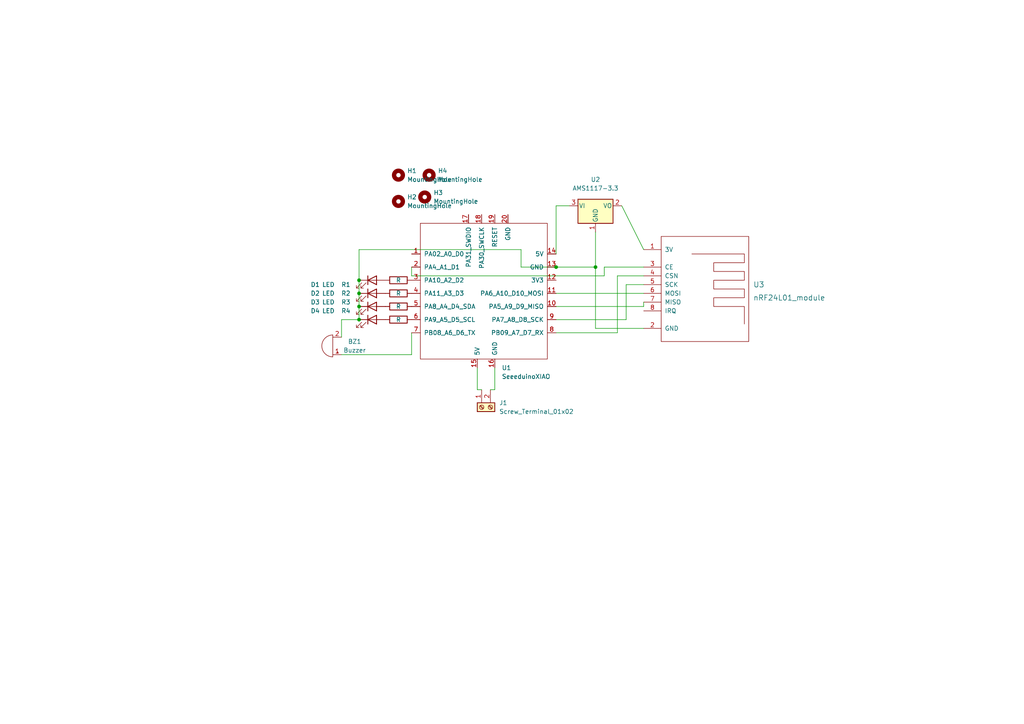
<source format=kicad_sch>
(kicad_sch (version 20211123) (generator eeschema)
  (paper "A4")
  (lib_symbols
    (symbol "Connector:Screw_Terminal_01x02" (pin_names (offset 1.016) hide)
      (property "Reference" "J" (at 0 2.54 0))
      (property "Value" "Screw_Terminal_01x02" (at 0 -5.08 0))
      (symbol "Screw_Terminal_01x02_1_1"
        (rectangle (start -1.27 1.27) (end 1.27 -3.81) (stroke (width 0.254)) (fill (type background)))
        (circle (center 0 -2.54) (radius 0.635) (stroke (width 0.1524)))
        (polyline (pts (xy -0.5334 -2.2098) (xy 0.3302 -3.048)) (stroke (width 0.1524)))
        (polyline (pts (xy -0.5334 0.3302) (xy 0.3302 -0.508)) (stroke (width 0.1524)))
        (polyline (pts (xy -0.3556 -2.032) (xy 0.508 -2.8702)) (stroke (width 0.1524)))
        (polyline (pts (xy -0.3556 0.508) (xy 0.508 -0.3302)) (stroke (width 0.1524)))
        (circle (center 0 0) (radius 0.635) (stroke (width 0.1524)))
        (pin passive line (at -5.08 0 0) (length 3.81) (name "Pin_1") (number "1"))
        (pin passive line (at -5.08 -2.54 0) (length 3.81) (name "Pin_2") (number "2"))
      )
    )
    (symbol "Device:Buzzer" (pin_names (offset 0.0254) hide)
      (property "Reference" "BZ" (at 3.81 1.27 0))
      (property "Value" "Buzzer" (at 3.81 -1.27 0))
      (symbol "Buzzer_0_1"
        (arc (start 0 -3.175) (mid 3.175 0) (end 0 3.175))
        (polyline (pts (xy -1.651 1.905) (xy -1.143 1.905)))
        (polyline (pts (xy -1.397 2.159) (xy -1.397 1.651)))
        (polyline (pts (xy 0 3.175) (xy 0 -3.175)))
      )
      (symbol "Buzzer_1_1"
        (pin passive line (at -2.54 2.54 0) (length 2.54) (name "-") (number "1"))
        (pin passive line (at -2.54 -2.54 0) (length 2.54) (name "+") (number "2"))
      )
    )
    (symbol "Device:LED" (pin_numbers hide) (pin_names (offset 1.016) hide)
      (property "Reference" "D" (at 0 2.54 0))
      (property "Value" "LED" (at 0 -2.54 0))
      (symbol "LED_0_1"
        (polyline (pts (xy -1.27 -1.27) (xy -1.27 1.27)) (stroke (width 0.254)))
        (polyline (pts (xy -1.27 0) (xy 1.27 0)))
        (polyline (pts (xy 1.27 -1.27) (xy 1.27 1.27) (xy -1.27 0) (xy 1.27 -1.27)) (stroke (width 0.254)))
        (polyline (pts (xy -3.048 -0.762) (xy -4.572 -2.286) (xy -3.81 -2.286) (xy -4.572 -2.286) (xy -4.572 -1.524)))
        (polyline (pts (xy -1.778 -0.762) (xy -3.302 -2.286) (xy -2.54 -2.286) (xy -3.302 -2.286) (xy -3.302 -1.524)))
      )
      (symbol "LED_1_1"
        (pin passive line (at -3.81 0 0) (length 2.54) (name "K") (number "1"))
        (pin passive line (at 3.81 0 180) (length 2.54) (name "A") (number "2"))
      )
    )
    (symbol "Device:R" (pin_numbers hide) (pin_names (offset 0))
      (property "Reference" "R" (at 2.032 0 90))
      (property "Value" "R" (at 0 0 90))
      (symbol "R_0_1"
        (rectangle (start -1.016 -2.54) (end 1.016 2.54) (stroke (width 0.254)))
      )
      (symbol "R_1_1"
        (pin passive line (at 0 3.81 270) (length 1.27) (name "~") (number "1"))
        (pin passive line (at 0 -3.81 90) (length 1.27) (name "~") (number "2"))
      )
    )
    (symbol "Mechanical:MountingHole" (pin_names (offset 1.016))
      (property "Reference" "H" (at 0 5.08 0))
      (property "Value" "MountingHole" (at 0 3.175 0))
      (symbol "MountingHole_0_1"
        (circle (center 0 0) (radius 1.27) (stroke (width 1.27)))
      )
    )
    (symbol "Regulator_Linear:AMS1117-3.3" (pin_names (offset 0.254))
      (property "Reference" "U" (at -3.81 3.175 0))
      (property "Value" "AMS1117-3.3" (at 0 3.175 0))
      (symbol "AMS1117-3.3_0_1"
        (rectangle (start -5.08 -5.08) (end 5.08 1.905) (stroke (width 0.254)) (fill (type background)))
      )
      (symbol "AMS1117-3.3_1_1"
        (pin power_in line (at 0 -7.62 90) (length 2.54) (name "GND") (number "1"))
        (pin power_out line (at 7.62 0 180) (length 2.54) (name "VO") (number "2"))
        (pin power_in line (at -7.62 0 0) (length 2.54) (name "VI") (number "3"))
      )
    )
    (symbol "nrf24smd:nRF24L01_module" (pin_names (offset 1.016))
      (property "Reference" "U" (at -11.43 16.51 0))
      (property "Value" "nRF24L01_module" (at 11.43 -16.51 0))
      (symbol "nRF24L01_module_0_1"
        (rectangle (start -12.7 15.24) (end 12.7 -15.24))
        (polyline (pts (xy -3.81 10.16) (xy 11.43 10.16) (xy 11.43 7.62) (xy 2.54 7.62) (xy 2.54 5.08) (xy 11.43 5.08) (xy 11.43 2.54) (xy 2.54 2.54) (xy 2.54 0) (xy 11.43 0) (xy 11.43 -2.54) (xy 2.54 -2.54) (xy 2.54 -5.08) (xy 11.43 -5.08) (xy 11.43 -10.16)))
      )
      (symbol "nRF24L01_module_1_1"
        (pin power_in line (at -17.78 11.43 0) (length 5.08) (name "3V") (number "1"))
        (pin power_in line (at -17.78 -11.43 0) (length 5.08) (name "GND") (number "2"))
        (pin input line (at -17.78 6.35 0) (length 5.08) (name "CE") (number "3"))
        (pin input line (at -17.78 3.81 0) (length 5.08) (name "CSN") (number "4"))
        (pin input line (at -17.78 1.27 0) (length 5.08) (name "SCK") (number "5"))
        (pin output line (at -17.78 -1.27 0) (length 5.08) (name "MOSI") (number "6"))
        (pin input line (at -17.78 -3.81 0) (length 5.08) (name "MISO") (number "7"))
        (pin bidirectional line (at -17.78 -6.35 0) (length 5.08) (name "IRQ") (number "8"))
      )
    )
    (symbol "seeed:SeeeduinoXIAO" (pin_names (offset 1.016))
      (property "Reference" "U" (at -19.05 22.86 0))
      (property "Value" "SeeeduinoXIAO" (at -12.7 21.59 0))
      (symbol "SeeeduinoXIAO_0_1"
        (rectangle (start -19.05 20.32) (end 17.78 -19.05))
      )
      (symbol "SeeeduinoXIAO_1_1"
        (pin unspecified line (at -21.59 11.43 0) (length 2.54) (name "PA02_A0_D0") (number "1"))
        (pin unspecified line (at 20.32 -3.81 180) (length 2.54) (name "PA5_A9_D9_MISO") (number "10"))
        (pin unspecified line (at 20.32 0 180) (length 2.54) (name "PA6_A10_D10_MOSI") (number "11"))
        (pin unspecified line (at 20.32 3.81 180) (length 2.54) (name "3V3") (number "12"))
        (pin unspecified line (at 20.32 7.62 180) (length 2.54) (name "GND") (number "13"))
        (pin unspecified line (at 20.32 11.43 180) (length 2.54) (name "5V") (number "14"))
        (pin input line (at -2.54 -21.59 90) (length 2.54) (name "5V") (number "15"))
        (pin input line (at 2.54 -21.59 90) (length 2.54) (name "GND") (number "16"))
        (pin input line (at -5.08 22.86 270) (length 2.54) (name "PA31_SWDIO") (number "17"))
        (pin input line (at -1.27 22.86 270) (length 2.54) (name "PA30_SWCLK") (number "18"))
        (pin input line (at 2.54 22.86 270) (length 2.54) (name "RESET") (number "19"))
        (pin unspecified line (at -21.59 7.62 0) (length 2.54) (name "PA4_A1_D1") (number "2"))
        (pin input line (at 6.35 22.86 270) (length 2.54) (name "GND") (number "20"))
        (pin unspecified line (at -21.59 3.81 0) (length 2.54) (name "PA10_A2_D2") (number "3"))
        (pin unspecified line (at -21.59 0 0) (length 2.54) (name "PA11_A3_D3") (number "4"))
        (pin unspecified line (at -21.59 -3.81 0) (length 2.54) (name "PA8_A4_D4_SDA") (number "5"))
        (pin unspecified line (at -21.59 -7.62 0) (length 2.54) (name "PA9_A5_D5_SCL") (number "6"))
        (pin unspecified line (at -21.59 -11.43 0) (length 2.54) (name "PB08_A6_D6_TX") (number "7"))
        (pin unspecified line (at 20.32 -11.43 180) (length 2.54) (name "PB09_A7_D7_RX") (number "8"))
        (pin unspecified line (at 20.32 -7.62 180) (length 2.54) (name "PA7_A8_D8_SCK") (number "9"))
      )
    )
  )
  (junction (at 161.29 77.47))
  (junction (at 172.72 77.47))
  (junction (at 104.14 85.09))
  (junction (at 104.14 88.9))
  (junction (at 104.14 81.28))
  (junction (at 104.14 92.71))
  (wire (pts (xy 186.69 88.9) (xy 186.69 87.63)))
  (wire (pts (xy 186.69 95.25) (xy 172.72 95.25)))
  (wire (pts (xy 104.14 88.9) (xy 104.14 92.71)))
  (wire (pts (xy 119.38 102.87) (xy 119.38 96.52)))
  (wire (pts (xy 151.13 72.39) (xy 151.13 77.47)))
  (wire (pts (xy 186.69 82.55) (xy 181.61 82.55)))
  (wire (pts (xy 181.61 92.71) (xy 161.29 92.71)))
  (wire (pts (xy 99.06 97.79) (xy 99.06 92.71)))
  (wire (pts (xy 175.26 77.47) (xy 175.26 80.01)))
  (wire (pts (xy 180.34 59.69) (xy 186.69 72.39)))
  (wire (pts (xy 175.26 80.01) (xy 119.38 80.01)))
  (wire (pts (xy 186.69 77.47) (xy 175.26 77.47)))
  (wire (pts (xy 161.29 88.9) (xy 186.69 88.9)))
  (wire (pts (xy 151.13 77.47) (xy 161.29 77.47)))
  (wire (pts (xy 172.72 67.31) (xy 172.72 77.47)))
  (wire (pts (xy 172.72 95.25) (xy 172.72 77.47)))
  (wire (pts (xy 119.38 80.01) (xy 119.38 77.47)))
  (wire (pts (xy 104.14 85.09) (xy 104.14 88.9)))
  (wire (pts (xy 143.51 106.68) (xy 143.51 113.03)))
  (wire (pts (xy 181.61 82.55) (xy 181.61 92.71)))
  (wire (pts (xy 179.07 80.01) (xy 179.07 96.52)))
  (wire (pts (xy 99.06 92.71) (xy 104.14 92.71)))
  (wire (pts (xy 99.06 102.87) (xy 119.38 102.87)))
  (wire (pts (xy 179.07 96.52) (xy 161.29 96.52)))
  (wire (pts (xy 104.14 81.28) (xy 104.14 72.39)))
  (wire (pts (xy 104.14 81.28) (xy 104.14 85.09)))
  (wire (pts (xy 138.43 106.68) (xy 138.43 113.03)))
  (wire (pts (xy 104.14 72.39) (xy 151.13 72.39)))
  (wire (pts (xy 161.29 85.09) (xy 186.69 85.09)))
  (wire (pts (xy 165.1 59.69) (xy 161.29 59.69)))
  (wire (pts (xy 172.72 77.47) (xy 161.29 77.47)))
  (wire (pts (xy 138.43 113.03) (xy 139.7 113.03)))
  (wire (pts (xy 143.51 113.03) (xy 142.24 113.03)))
  (wire (pts (xy 161.29 59.69) (xy 161.29 73.66)))
  (wire (pts (xy 186.69 80.01) (xy 179.07 80.01)))
  (symbol (lib_id "Device:LED") (at 107.95 88.9 0) (unit 1)
    (property "Reference" "D3" (at 91.44 87.63 0))
    (property "Value" "LED" (at 95.25 87.63 0))
    (property "Footprint" "LED_THT:LED_D5.0mm" (effects hide))
  )
  (symbol (lib_id "Device:LED") (at 107.95 81.28 0) (unit 1)
    (property "Reference" "D1" (at 91.44 82.55 0))
    (property "Value" "LED" (at 95.25 82.55 0))
    (property "Footprint" "LED_THT:LED_D5.0mm" (effects hide))
  )
  (symbol (lib_id "nrf24smd:nRF24L01_module") (at 204.47 83.82 0) (unit 1)
    (property "Reference" "U3" (at 218.44 82.55 0) (effects (font (size 1.524 1.524)) (justify left)))
    (property "Value" "nRF24L01_module" (at 218.44 86.36 0) (effects (font (size 1.524 1.524)) (justify left)))
    (property "Footprint" "nrf24smd:NRF24L01-Module-SMD" (effects hide))
  )
  (symbol (lib_id "seeed:SeeeduinoXIAO") (at 140.97 85.09 0) (unit 1)
    (property "Reference" "U1" (at 145.5294 106.68 0) (effects (justify left)))
    (property "Value" "SeeeduinoXIAO" (at 145.5294 109.22 0) (effects (justify left)))
    (property "Footprint" "seeed:Seeeduino XIAO-MOUDLE14P-2.54-21X17.8MM" (effects hide))
  )
  (symbol (lib_id "Device:Buzzer") (at 96.52 100.33 180) (unit 1)
    (property "Reference" "BZ1" (at 102.87 99.06 0))
    (property "Value" "Buzzer" (at 102.87 101.6 0))
    (property "Footprint" "Buzzer_Beeper:Buzzer_D14mm_H7mm_P10mm" (effects hide))
  )
  (symbol (lib_id "Mechanical:MountingHole") (at 115.57 58.42 0) (unit 1)
    (property "Reference" "H2" (at 118.11 57.1499 0) (effects (justify left)))
    (property "Value" "MountingHole" (at 118.11 59.6899 0) (effects (justify left)))
    (property "Footprint" "MountingHole:MountingHole_3.2mm_M3" (effects hide))
  )
  (symbol (lib_id "Device:LED") (at 107.95 85.09 0) (unit 1)
    (property "Reference" "D2" (at 91.44 85.09 0))
    (property "Value" "LED" (at 95.25 85.09 0))
    (property "Footprint" "LED_THT:LED_D5.0mm" (effects hide))
  )
  (symbol (lib_id "Device:R") (at 115.57 92.71 90) (unit 1)
    (property "Reference" "R4" (at 100.33 90.17 90))
    (property "Value" "R" (at 115.57 92.71 90))
    (property "Footprint" "Resistor_THT:R_Axial_DIN0207_L6.3mm_D2.5mm_P7.62mm_Horizontal" (effects hide))
  )
  (symbol (lib_id "Mechanical:MountingHole") (at 115.57 50.8 0) (unit 1)
    (property "Reference" "H1" (at 118.11 49.5299 0) (effects (justify left)))
    (property "Value" "MountingHole" (at 118.11 52.0699 0) (effects (justify left)))
    (property "Footprint" "MountingHole:MountingHole_3.2mm_M3" (effects hide))
  )
  (symbol (lib_id "Regulator_Linear:AMS1117-3.3") (at 172.72 59.69 0) (unit 1)
    (property "Reference" "U2" (at 172.72 52.07 0))
    (property "Value" "AMS1117-3.3" (at 172.72 54.61 0))
    (property "Footprint" "Package_TO_SOT_SMD:SOT-223-3_TabPin2" (effects hide))
    (property "Datasheet" "http://www.advanced-monolithic.com/pdf/ds1117.pdf" (effects hide))
  )
  (symbol (lib_id "Device:R") (at 115.57 88.9 90) (unit 1)
    (property "Reference" "R3" (at 100.33 87.63 90))
    (property "Value" "R" (at 115.57 88.9 90))
    (property "Footprint" "Resistor_THT:R_Axial_DIN0207_L6.3mm_D2.5mm_P7.62mm_Horizontal" (effects hide))
  )
  (symbol (lib_id "Connector:Screw_Terminal_01x02") (at 139.7 118.11 90) (mirror x) (unit 1)
    (property "Reference" "J1" (at 144.78 116.8399 90) (effects (justify right)))
    (property "Value" "Screw_Terminal_01x02" (at 144.78 119.3799 90) (effects (justify right)))
    (property "Footprint" "TerminalBlock:TerminalBlock_bornier-2_P5.08mm" (effects hide))
  )
  (symbol (lib_id "Device:R") (at 115.57 81.28 90) (unit 1)
    (property "Reference" "R1" (at 100.33 82.55 90))
    (property "Value" "R" (at 115.57 81.28 90))
    (property "Footprint" "Resistor_THT:R_Axial_DIN0207_L6.3mm_D2.5mm_P7.62mm_Horizontal" (effects hide))
  )
  (symbol (lib_id "Mechanical:MountingHole") (at 124.46 50.8 0) (unit 1)
    (property "Reference" "H4" (at 127 49.5299 0) (effects (justify left)))
    (property "Value" "MountingHole" (at 127 52.0699 0) (effects (justify left)))
    (property "Footprint" "MountingHole:MountingHole_3.2mm_M3" (effects hide))
  )
  (symbol (lib_id "Mechanical:MountingHole") (at 123.19 57.15 0) (unit 1)
    (property "Reference" "H3" (at 125.73 55.8799 0) (effects (justify left)))
    (property "Value" "MountingHole" (at 125.73 58.4199 0) (effects (justify left)))
    (property "Footprint" "MountingHole:MountingHole_3.2mm_M3" (effects hide))
  )
  (symbol (lib_id "Device:LED") (at 107.95 92.71 0) (unit 1)
    (property "Reference" "D4" (at 91.44 90.17 0))
    (property "Value" "LED" (at 95.25 90.17 0))
    (property "Footprint" "LED_THT:LED_D5.0mm" (effects hide))
  )
  (symbol (lib_id "Device:R") (at 115.57 85.09 90) (unit 1)
    (property "Reference" "R2" (at 100.33 85.09 90))
    (property "Value" "R" (at 115.57 85.09 90))
    (property "Footprint" "Resistor_THT:R_Axial_DIN0207_L6.3mm_D2.5mm_P7.62mm_Horizontal" (effects hide))
  )
)
</source>
